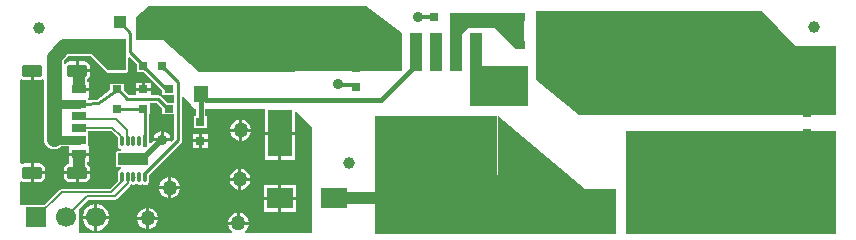
<source format=gtl>
G04*
G04 #@! TF.GenerationSoftware,Altium Limited,Altium Designer,22.1.2 (22)*
G04*
G04 Layer_Physical_Order=1*
G04 Layer_Color=255*
%FSLAX25Y25*%
%MOIN*%
G70*
G04*
G04 #@! TF.SameCoordinates,174BC2DA-B873-4BC2-8B21-C8E9C5FF9B9E*
G04*
G04*
G04 #@! TF.FilePolarity,Positive*
G04*
G01*
G75*
%ADD10C,0.01000*%
%ADD14C,0.01181*%
%ADD15R,0.05500X0.05000*%
%ADD16R,0.41142X0.39370*%
%ADD17R,0.04134X0.12598*%
%ADD18R,0.07874X0.15748*%
%ADD19R,0.03000X0.02500*%
%ADD20R,0.08661X0.01575*%
%ADD21O,0.01181X0.03937*%
%ADD22R,0.01181X0.03937*%
%ADD23R,0.04724X0.03150*%
%ADD24R,0.04724X0.02992*%
%ADD25R,0.04724X0.02756*%
G04:AMPARAMS|DCode=26|XSize=55mil|YSize=50mil|CornerRadius=0mil|HoleSize=0mil|Usage=FLASHONLY|Rotation=90.000|XOffset=0mil|YOffset=0mil|HoleType=Round|Shape=Octagon|*
%AMOCTAGOND26*
4,1,8,0.01250,0.02750,-0.01250,0.02750,-0.02500,0.01500,-0.02500,-0.01500,-0.01250,-0.02750,0.01250,-0.02750,0.02500,-0.01500,0.02500,0.01500,0.01250,0.02750,0.0*
%
%ADD26OCTAGOND26*%

%ADD27R,0.05000X0.05500*%
%ADD28R,0.05000X0.04000*%
%ADD29R,0.04000X0.04000*%
%ADD30R,0.02500X0.03000*%
%ADD31R,0.19685X0.11811*%
%ADD32R,0.08661X0.06890*%
%ADD57C,0.03937*%
%ADD58C,0.03937*%
%ADD59C,0.00787*%
%ADD60C,0.00591*%
%ADD61C,0.01575*%
%ADD62C,0.02953*%
%ADD63C,0.05039*%
%ADD64R,0.19200X0.13680*%
%ADD65O,0.13780X0.11024*%
%ADD66R,0.06693X0.06693*%
%ADD67C,0.06693*%
G04:AMPARAMS|DCode=68|XSize=43.31mil|YSize=66.93mil|CornerRadius=10.83mil|HoleSize=0mil|Usage=FLASHONLY|Rotation=270.000|XOffset=0mil|YOffset=0mil|HoleType=Round|Shape=RoundedRectangle|*
%AMROUNDEDRECTD68*
21,1,0.04331,0.04528,0,0,270.0*
21,1,0.02165,0.06693,0,0,270.0*
1,1,0.02165,-0.02264,-0.01083*
1,1,0.02165,-0.02264,0.01083*
1,1,0.02165,0.02264,0.01083*
1,1,0.02165,0.02264,-0.01083*
%
%ADD68ROUNDEDRECTD68*%
G04:AMPARAMS|DCode=69|XSize=66.93mil|YSize=43.31mil|CornerRadius=10.83mil|HoleSize=0mil|Usage=FLASHONLY|Rotation=180.000|XOffset=0mil|YOffset=0mil|HoleType=Round|Shape=RoundedRectangle|*
%AMROUNDEDRECTD69*
21,1,0.06693,0.02165,0,0,180.0*
21,1,0.04528,0.04331,0,0,180.0*
1,1,0.02165,-0.02264,0.01083*
1,1,0.02165,0.02264,0.01083*
1,1,0.02165,0.02264,-0.01083*
1,1,0.02165,-0.02264,-0.01083*
%
%ADD69ROUNDEDRECTD69*%
%ADD70C,0.05000*%
%ADD71C,0.03543*%
G36*
X170300Y63600D02*
X170200Y63500D01*
X167511D01*
X160111Y70700D01*
X151400D01*
X149487Y68552D01*
X145500Y56300D01*
Y75800D01*
X170300D01*
Y63600D01*
D02*
G37*
G36*
X37500Y56500D02*
X31500D01*
X26000Y62000D01*
Y67000D01*
X37500D01*
Y56500D01*
D02*
G37*
G36*
X129599Y68900D02*
X129582Y58600D01*
X129500D01*
X125600Y56301D01*
X61900Y56101D01*
X50000Y66800D01*
X41000D01*
X41000Y74316D01*
X45066Y78000D01*
X117500D01*
X129599Y68900D01*
D02*
G37*
G36*
X6737Y53222D02*
X8501D01*
X9314Y53383D01*
X9744Y53671D01*
X10244Y53403D01*
Y45500D01*
Y33500D01*
X10291Y33139D01*
Y33078D01*
X10307Y33018D01*
X10355Y32657D01*
X10494Y32321D01*
X10510Y32261D01*
X10541Y32208D01*
X10680Y31872D01*
X10902Y31583D01*
X10932Y31530D01*
X10976Y31486D01*
X11197Y31198D01*
X11486Y30976D01*
X11530Y30932D01*
X11583Y30902D01*
X11872Y30680D01*
X12208Y30541D01*
X12262Y30510D01*
X12321Y30494D01*
X12657Y30355D01*
X13018Y30307D01*
X13078Y30291D01*
X13139D01*
X13500Y30244D01*
X13861Y30291D01*
X13922D01*
X13982Y30307D01*
X14343Y30355D01*
X14679Y30494D01*
X14739Y30510D01*
X14792Y30541D01*
X15128Y30680D01*
X15417Y30902D01*
X15470Y30932D01*
X15514Y30976D01*
X15802Y31198D01*
X15811Y31208D01*
X17943D01*
X18426Y31168D01*
X18426Y30708D01*
Y29093D01*
X21789D01*
X25151D01*
Y30852D01*
X25151Y31168D01*
X24859Y31547D01*
Y36366D01*
X32544D01*
X34738Y34172D01*
Y31528D01*
X34839Y31021D01*
X35126Y30591D01*
X35556Y30304D01*
X35964Y30222D01*
X35915Y29722D01*
X35000D01*
X34723Y29667D01*
X34489Y29511D01*
X34332Y29276D01*
X34277Y29000D01*
X34277Y25000D01*
X34332Y24724D01*
X34489Y24489D01*
X34723Y24332D01*
X35000Y24277D01*
X35915D01*
X35964Y23777D01*
X35556Y23696D01*
X35126Y23409D01*
X34839Y22979D01*
X34738Y22472D01*
Y19716D01*
X34743Y19691D01*
X32167Y17114D01*
X16091D01*
X15699Y17036D01*
X15367Y16814D01*
X10108Y11555D01*
X3445D01*
Y11540D01*
X2328D01*
Y19323D01*
X2828Y19590D01*
X3161Y19368D01*
X3974Y19206D01*
X5737D01*
Y22412D01*
Y25618D01*
X3974D01*
X3161Y25457D01*
X2828Y25234D01*
X2328Y25502D01*
Y53338D01*
X2828Y53606D01*
X3161Y53383D01*
X3974Y53222D01*
X5737D01*
Y56428D01*
X6737D01*
Y53222D01*
D02*
G37*
G36*
X30989Y55989D02*
X31223Y55832D01*
X31500Y55778D01*
X37500D01*
X37776Y55832D01*
X38011Y55989D01*
X38168Y56223D01*
X38223Y56500D01*
Y60827D01*
X38723Y61035D01*
X41241Y58516D01*
Y55891D01*
X43666D01*
X49491Y50066D01*
Y48241D01*
X53668D01*
Y45759D01*
X51234D01*
X49121Y47871D01*
X48722Y48138D01*
X48250Y48232D01*
X48250Y48232D01*
X45750D01*
Y49700D01*
X43250D01*
X40750D01*
Y48232D01*
X38460D01*
X36709Y49984D01*
Y52159D01*
X32291D01*
Y49868D01*
X27763Y46729D01*
X25216Y46690D01*
X24859Y47040D01*
Y47293D01*
X25151Y47672D01*
X25151Y47988D01*
Y49747D01*
X21789D01*
Y50747D01*
X25151D01*
Y52822D01*
X24587D01*
Y53592D01*
X24963Y53844D01*
X25424Y54533D01*
X25585Y55345D01*
Y55928D01*
X21198D01*
Y56428D01*
X20698D01*
Y59634D01*
X18934D01*
X18122Y59472D01*
X17433Y59012D01*
X17256Y58748D01*
X16756Y58900D01*
Y59651D01*
X18349Y61244D01*
X25734D01*
X30989Y55989D01*
D02*
G37*
G36*
X260520Y64780D02*
X274040D01*
Y75900D01*
X274040Y41560D01*
X188654D01*
X174263Y53300D01*
Y76460D01*
X249500D01*
X260520Y64780D01*
D02*
G37*
G36*
X49491Y44016D02*
Y41841D01*
X53668D01*
Y33701D01*
X52737Y32770D01*
X52374Y32980D01*
X50033D01*
X50255Y32755D01*
X45000Y27500D01*
X45000Y25000D01*
X35000D01*
X35000Y29000D01*
X43500D01*
X47480Y32980D01*
X46458D01*
X45698Y32220D01*
X45236Y32411D01*
Y35583D01*
X45169D01*
Y41841D01*
X45459D01*
Y45759D01*
X45955Y45768D01*
X47739D01*
X49491Y44016D01*
D02*
G37*
G36*
X59191Y45289D02*
Y45141D01*
X59339D01*
X60660Y43820D01*
X60875D01*
Y41359D01*
X60091D01*
Y37441D01*
X64509D01*
Y41359D01*
X63925D01*
Y43820D01*
X83863D01*
Y36000D01*
X88800D01*
X93737D01*
Y42710D01*
X94199Y42901D01*
X99620Y37480D01*
Y2328D01*
X77264D01*
X77130Y2828D01*
X77149Y2839D01*
X77801Y3491D01*
X78262Y4289D01*
X78490Y5140D01*
X71510D01*
X71738Y4289D01*
X72199Y3491D01*
X72851Y2839D01*
X72870Y2828D01*
X72736Y2328D01*
X21800D01*
Y10352D01*
X24924Y13476D01*
X33720D01*
X34112Y13554D01*
X34444Y13776D01*
X38787Y18119D01*
X38899Y18288D01*
X39489Y18496D01*
X39493Y18493D01*
X40000Y18392D01*
X40507Y18493D01*
X40587Y18546D01*
X40984Y18755D01*
X41382Y18546D01*
X41462Y18493D01*
X41969Y18392D01*
X42475Y18493D01*
X42905Y18780D01*
X43350Y18546D01*
X43430Y18493D01*
X43937Y18392D01*
X44444Y18493D01*
X44874Y18780D01*
X45161Y19210D01*
X45262Y19716D01*
Y21810D01*
X55771Y32319D01*
X56038Y32719D01*
X56132Y33191D01*
X56132Y33191D01*
Y47694D01*
X56594Y47886D01*
X59191Y45289D01*
D02*
G37*
G36*
X274140Y1920D02*
X204346D01*
Y36380D01*
X274140D01*
Y1920D01*
D02*
G37*
G36*
X190690Y17000D02*
X200700D01*
Y1900D01*
X161177D01*
X161400Y41300D01*
X190690Y17000D01*
D02*
G37*
%LPC*%
G36*
X25151Y28093D02*
X21789D01*
X18426D01*
Y26019D01*
X18426D01*
X18432Y25519D01*
X18122Y25457D01*
X17433Y24996D01*
X16972Y24308D01*
X16811Y23495D01*
Y22912D01*
X21198D01*
X25585D01*
Y23495D01*
X25424Y24308D01*
X24963Y24996D01*
X24489Y25313D01*
Y26019D01*
X25151D01*
Y28093D01*
D02*
G37*
G36*
X8501Y25618D02*
X6737D01*
Y22912D01*
X10625D01*
Y23495D01*
X10463Y24308D01*
X10003Y24996D01*
X9314Y25457D01*
X8501Y25618D01*
D02*
G37*
G36*
X25585Y21912D02*
X21698D01*
Y19206D01*
X23462D01*
X24274Y19368D01*
X24963Y19828D01*
X25424Y20517D01*
X25585Y21330D01*
Y21912D01*
D02*
G37*
G36*
X20698D02*
X16811D01*
Y21330D01*
X16972Y20517D01*
X17433Y19828D01*
X18122Y19368D01*
X18934Y19206D01*
X20698D01*
Y21912D01*
D02*
G37*
G36*
X10625Y21912D02*
X6737D01*
Y19206D01*
X8501D01*
X9314Y19368D01*
X10003Y19828D01*
X10463Y20517D01*
X10625Y21330D01*
Y21912D01*
D02*
G37*
G36*
X23462Y59634D02*
X21698D01*
Y56928D01*
X25585D01*
Y57511D01*
X25424Y58323D01*
X24963Y59012D01*
X24274Y59472D01*
X23462Y59634D01*
D02*
G37*
G36*
X45750Y52450D02*
X43750D01*
Y50700D01*
X45750D01*
Y52450D01*
D02*
G37*
G36*
X42750D02*
X40750D01*
Y50700D01*
X42750D01*
Y52450D01*
D02*
G37*
G36*
X49040Y36215D02*
X48470Y36063D01*
X47838Y35698D01*
X47322Y35182D01*
X46957Y34550D01*
X46805Y33980D01*
X48480D01*
X48765Y34265D01*
X49040Y33987D01*
Y36215D01*
D02*
G37*
G36*
X50040D02*
Y33980D01*
X52276D01*
X52123Y34550D01*
X51758Y35182D01*
X51242Y35698D01*
X50610Y36063D01*
X50040Y36215D01*
D02*
G37*
G36*
X76240Y40130D02*
Y37140D01*
X79229D01*
X79001Y37991D01*
X78541Y38789D01*
X77889Y39441D01*
X77091Y39902D01*
X76240Y40130D01*
D02*
G37*
G36*
X75240D02*
X74389Y39902D01*
X73591Y39441D01*
X72939Y38789D01*
X72478Y37991D01*
X72250Y37140D01*
X75240D01*
Y40130D01*
D02*
G37*
G36*
X64800Y35250D02*
X62800D01*
Y33500D01*
X64800D01*
Y35250D01*
D02*
G37*
G36*
X61800D02*
X59800D01*
Y33500D01*
X61800D01*
Y35250D01*
D02*
G37*
G36*
X79229Y36140D02*
X76240D01*
Y33151D01*
X77091Y33378D01*
X77889Y33839D01*
X78541Y34491D01*
X79001Y35289D01*
X79229Y36140D01*
D02*
G37*
G36*
X75240D02*
X72250D01*
X72478Y35289D01*
X72939Y34491D01*
X73591Y33839D01*
X74389Y33378D01*
X75240Y33151D01*
Y36140D01*
D02*
G37*
G36*
X64800Y32500D02*
X62800D01*
Y30750D01*
X64800D01*
Y32500D01*
D02*
G37*
G36*
X61800D02*
X59800D01*
Y30750D01*
X61800D01*
Y32500D01*
D02*
G37*
G36*
X93737Y35000D02*
X89300D01*
Y26626D01*
X93737D01*
Y35000D01*
D02*
G37*
G36*
X88300D02*
X83863D01*
Y26626D01*
X88300D01*
Y35000D01*
D02*
G37*
G36*
X76020Y23789D02*
Y20800D01*
X79009D01*
X78781Y21651D01*
X78321Y22449D01*
X77669Y23101D01*
X76871Y23562D01*
X76020Y23789D01*
D02*
G37*
G36*
X75020D02*
X74169Y23562D01*
X73371Y23101D01*
X72719Y22449D01*
X72259Y21651D01*
X72031Y20800D01*
X75020D01*
Y23789D01*
D02*
G37*
G36*
X52580Y20949D02*
Y17960D01*
X55569D01*
X55342Y18811D01*
X54881Y19609D01*
X54229Y20261D01*
X53431Y20721D01*
X52580Y20949D01*
D02*
G37*
G36*
X51580D02*
X50729Y20721D01*
X49931Y20261D01*
X49279Y19609D01*
X48818Y18811D01*
X48590Y17960D01*
X51580D01*
Y20949D01*
D02*
G37*
G36*
X79009Y19800D02*
X76020D01*
Y16811D01*
X76871Y17039D01*
X77669Y17499D01*
X78321Y18151D01*
X78781Y18949D01*
X79009Y19800D01*
D02*
G37*
G36*
X75020D02*
X72031D01*
X72259Y18949D01*
X72719Y18151D01*
X73371Y17499D01*
X74169Y17039D01*
X75020Y16811D01*
Y19800D01*
D02*
G37*
G36*
X94176Y18345D02*
X89345D01*
Y14400D01*
X94176D01*
Y18345D01*
D02*
G37*
G36*
X88345D02*
X83514D01*
Y14400D01*
X88345D01*
Y18345D01*
D02*
G37*
G36*
X55569Y16960D02*
X52580D01*
Y13971D01*
X53431Y14198D01*
X54229Y14659D01*
X54881Y15311D01*
X55342Y16109D01*
X55569Y16960D01*
D02*
G37*
G36*
X51580D02*
X48590D01*
X48818Y16109D01*
X49279Y15311D01*
X49931Y14659D01*
X50729Y14198D01*
X51580Y13971D01*
Y16960D01*
D02*
G37*
G36*
X94176Y13400D02*
X89345D01*
Y9455D01*
X94176D01*
Y13400D01*
D02*
G37*
G36*
X88345D02*
X83514D01*
Y9455D01*
X88345D01*
Y13400D01*
D02*
G37*
G36*
X28072Y11846D02*
X28000D01*
Y8000D01*
X31846D01*
Y8072D01*
X31550Y9178D01*
X30978Y10169D01*
X30169Y10978D01*
X29178Y11550D01*
X28072Y11846D01*
D02*
G37*
G36*
X27000D02*
X26928D01*
X25822Y11550D01*
X24831Y10978D01*
X24022Y10169D01*
X23450Y9178D01*
X23154Y8072D01*
Y8000D01*
X27000D01*
Y11846D01*
D02*
G37*
G36*
X45241Y10698D02*
Y7708D01*
X48230D01*
X48002Y8559D01*
X47542Y9357D01*
X46890Y10009D01*
X46092Y10470D01*
X45241Y10698D01*
D02*
G37*
G36*
X44241D02*
X43390Y10470D01*
X42592Y10009D01*
X41940Y9357D01*
X41480Y8559D01*
X41252Y7708D01*
X44241D01*
Y10698D01*
D02*
G37*
G36*
X75500Y9129D02*
Y6140D01*
X78490D01*
X78262Y6991D01*
X77801Y7789D01*
X77149Y8441D01*
X76351Y8901D01*
X75500Y9129D01*
D02*
G37*
G36*
X74500D02*
X73649Y8901D01*
X72851Y8441D01*
X72199Y7789D01*
X71738Y6991D01*
X71510Y6140D01*
X74500D01*
Y9129D01*
D02*
G37*
G36*
X48230Y6708D02*
X45241D01*
Y3719D01*
X46092Y3947D01*
X46890Y4407D01*
X47542Y5059D01*
X48002Y5857D01*
X48230Y6708D01*
D02*
G37*
G36*
X44241D02*
X41252D01*
X41480Y5857D01*
X41940Y5059D01*
X42592Y4407D01*
X43390Y3947D01*
X44241Y3719D01*
Y6708D01*
D02*
G37*
G36*
X31846Y7000D02*
X28000D01*
Y3153D01*
X28072D01*
X29178Y3450D01*
X30169Y4022D01*
X30978Y4831D01*
X31550Y5822D01*
X31846Y6928D01*
Y7000D01*
D02*
G37*
G36*
X27000D02*
X23154D01*
Y6928D01*
X23450Y5822D01*
X24022Y4831D01*
X24831Y4022D01*
X25822Y3450D01*
X26928Y3153D01*
X27000D01*
Y7000D01*
D02*
G37*
%LPD*%
D10*
X175400Y64850D02*
Y74100D01*
X169000Y65100D02*
Y74100D01*
X146400Y74200D02*
X146700D01*
X43937Y43500D02*
Y43900D01*
X43250Y43500D02*
X43937D01*
X154279Y58368D02*
Y62600D01*
X147400Y62786D02*
Y74100D01*
X147500D01*
X175400Y64850D02*
X176150Y64100D01*
X186372Y59650D02*
X190900Y55122D01*
X147500Y74100D02*
X169000D01*
X146700Y74200D02*
Y74300D01*
X147400Y74200D02*
X147500Y74100D01*
X147400Y62786D02*
X147586Y62600D01*
Y66832D01*
X43050Y57900D02*
Y58700D01*
X51250Y50750D02*
X52000Y50000D01*
X38993Y65807D02*
X39000Y65800D01*
Y62500D02*
Y65800D01*
Y62500D02*
X42800Y58700D01*
X35500Y72500D02*
X38993Y69007D01*
Y65807D02*
Y69007D01*
X34750Y50200D02*
X37950Y47000D01*
X51450Y43800D02*
X51700D01*
X48250Y47000D02*
X51450Y43800D01*
X37950Y47000D02*
X48250D01*
X34500Y50200D02*
X34750D01*
X54900Y33191D02*
Y52800D01*
X50600Y57100D02*
X54900Y52800D01*
X49600Y57850D02*
Y58100D01*
X50350Y57100D02*
X50600D01*
X49600Y57850D02*
X50350Y57100D01*
X44216Y22507D02*
X54900Y33191D01*
X34500Y43500D02*
X43250D01*
X43200Y57850D02*
X43950Y57100D01*
X50550Y50750D02*
X51250D01*
X43200Y57850D02*
Y58100D01*
X43950Y57100D02*
X44200D01*
X50550Y50750D01*
X43050Y57900D02*
X43150D01*
X42800Y58700D02*
X43050D01*
X43937Y32906D02*
Y43500D01*
X34453Y49867D02*
X34500Y49900D01*
X28157Y45502D02*
X34453Y49867D01*
X23663Y45433D02*
X28157Y45502D01*
X44021Y22507D02*
X44216D01*
X43937Y22423D02*
X44021Y22507D01*
X41969Y21094D02*
X42003Y21060D01*
X40000Y21094D02*
X40035Y21060D01*
D14*
X134760Y74320D02*
X140280D01*
X108040Y51980D02*
X108492Y51528D01*
X113672D02*
X114300Y50900D01*
X108492Y51528D02*
X113672D01*
D15*
X207520Y68560D02*
D03*
X67600Y73680D02*
D03*
D16*
X140893Y21600D02*
D03*
D17*
X127507Y62600D02*
D03*
X134200D02*
D03*
X140893Y62600D02*
D03*
X147586D02*
D03*
X154279D02*
D03*
D18*
X88800Y35500D02*
D03*
Y66996D02*
D03*
X238800Y51496D02*
D03*
Y20000D02*
D03*
D19*
X62300Y33000D02*
D03*
Y39400D02*
D03*
X43250Y50200D02*
D03*
Y43800D02*
D03*
X51700Y50200D02*
D03*
Y43800D02*
D03*
X34500D02*
D03*
Y50200D02*
D03*
X114300Y50900D02*
D03*
Y57300D02*
D03*
X264400Y35800D02*
D03*
Y42200D02*
D03*
D20*
X40000Y26400D02*
D03*
D21*
Y32906D02*
D03*
Y21094D02*
D03*
X41969Y32906D02*
D03*
X38032D02*
D03*
X36063Y32906D02*
D03*
Y21094D02*
D03*
X38032Y21094D02*
D03*
X41969D02*
D03*
X43937Y21094D02*
D03*
D22*
Y32906D02*
D03*
D23*
X21789Y28593D02*
D03*
Y50247D02*
D03*
D24*
Y33436D02*
D03*
Y45404D02*
D03*
D25*
Y37452D02*
D03*
Y41389D02*
D03*
D26*
X62400Y62100D02*
D03*
D27*
Y48600D02*
D03*
D28*
X43500Y68800D02*
D03*
D29*
X35500Y72500D02*
D03*
Y65000D02*
D03*
D30*
X43200Y58100D02*
D03*
X49600D02*
D03*
X175500Y74300D02*
D03*
X169100D02*
D03*
Y65100D02*
D03*
X175500D02*
D03*
X146700Y74300D02*
D03*
X140300D02*
D03*
D31*
X190900Y55122D02*
D03*
Y7878D02*
D03*
D32*
X88845Y13900D02*
D03*
X106955D02*
D03*
D57*
X8420Y70780D02*
D03*
X266900Y70980D02*
D03*
X111980Y25600D02*
D03*
D58*
X127200Y8900D02*
X140893Y22593D01*
X142500Y24200D01*
X140893Y21600D02*
Y22593D01*
X140893Y21600D02*
X140893Y21600D01*
X21198Y56428D02*
X21887Y55739D01*
Y51120D02*
Y55739D01*
X21198Y22412D02*
X21592D01*
X21789Y22609D01*
Y27680D01*
X106955Y13900D02*
X127100D01*
D59*
X21789Y41389D02*
X22757Y40420D01*
X34080D01*
X38000Y36500D01*
X140280Y74320D02*
X140300Y74300D01*
X38000Y34000D02*
Y36500D01*
X35988Y32867D02*
Y34465D01*
X35866Y34587D02*
Y34634D01*
X33010Y37490D02*
X35866Y34634D01*
Y34587D02*
X35988Y34465D01*
X21827Y37490D02*
X33010D01*
X35941Y32820D02*
X35988Y32867D01*
X21789Y37452D02*
X21827Y37490D01*
D60*
X38063Y18843D02*
Y22195D01*
X24500Y14500D02*
X33720D01*
X38063Y18843D01*
X16091Y16091D02*
X32591D01*
X36063Y19563D02*
Y21094D01*
X32591Y16091D02*
X36063Y19563D01*
X7500Y7500D02*
X16091Y16091D01*
X17500Y7500D02*
X24500Y14500D01*
D61*
X62400Y48373D02*
Y48600D01*
Y39800D02*
Y48373D01*
X122492Y46660D02*
X134200Y58368D01*
X64113Y46660D02*
X122492D01*
X62400Y48373D02*
X64113Y46660D01*
X134200Y58368D02*
Y62600D01*
X62300Y39700D02*
X62400Y39800D01*
D62*
X13564Y33436D02*
X21789D01*
X13596Y45404D02*
X21789D01*
D63*
X17000Y64500D02*
X28500D01*
X13500Y61000D02*
X17000Y64500D01*
X13500Y45500D02*
Y61000D01*
Y33500D02*
Y45500D01*
D64*
X161820Y51280D02*
D03*
D65*
X266600Y55660D02*
D03*
Y23000D02*
D03*
D66*
X7500Y7500D02*
D03*
D67*
X17500D02*
D03*
X27500D02*
D03*
D68*
X6237Y22412D02*
D03*
Y56428D02*
D03*
D69*
X21198Y22412D02*
D03*
Y56428D02*
D03*
D70*
X239160Y8020D02*
D03*
X239080Y31400D02*
D03*
X161840Y54160D02*
D03*
X155320Y47640D02*
D03*
X168180Y47620D02*
D03*
X250920Y12780D02*
D03*
X228280D02*
D03*
X216960D02*
D03*
X216700Y27140D02*
D03*
X228020D02*
D03*
X250660D02*
D03*
X52080Y17460D02*
D03*
X75520Y20300D02*
D03*
X75740Y36640D02*
D03*
X44741Y7208D02*
D03*
X75000Y5640D02*
D03*
X28500Y64500D02*
D03*
X13500Y33500D02*
D03*
Y45500D02*
D03*
D71*
X28180Y53800D02*
D03*
X29840Y21960D02*
D03*
X29680Y32240D02*
D03*
X49540Y33480D02*
D03*
X134760Y74320D02*
D03*
X108040Y51980D02*
D03*
M02*

</source>
